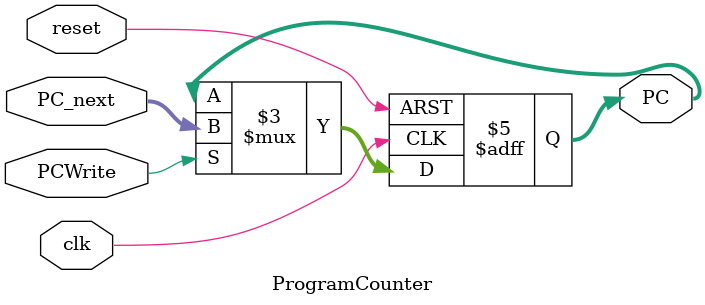
<source format=v>
module ProgramCounter(
    input clk,
    input reset,
    input PCWrite,
    input [31:0] PC_next,

    output reg [31:0] PC
);

    always @(posedge clk or posedge reset)
        begin
            if (reset)
                PC <= 32'h00000400; // 1024
            else if(PCWrite)
                PC <= PC_next;
            else
                PC <= PC;
        end
endmodule

</source>
